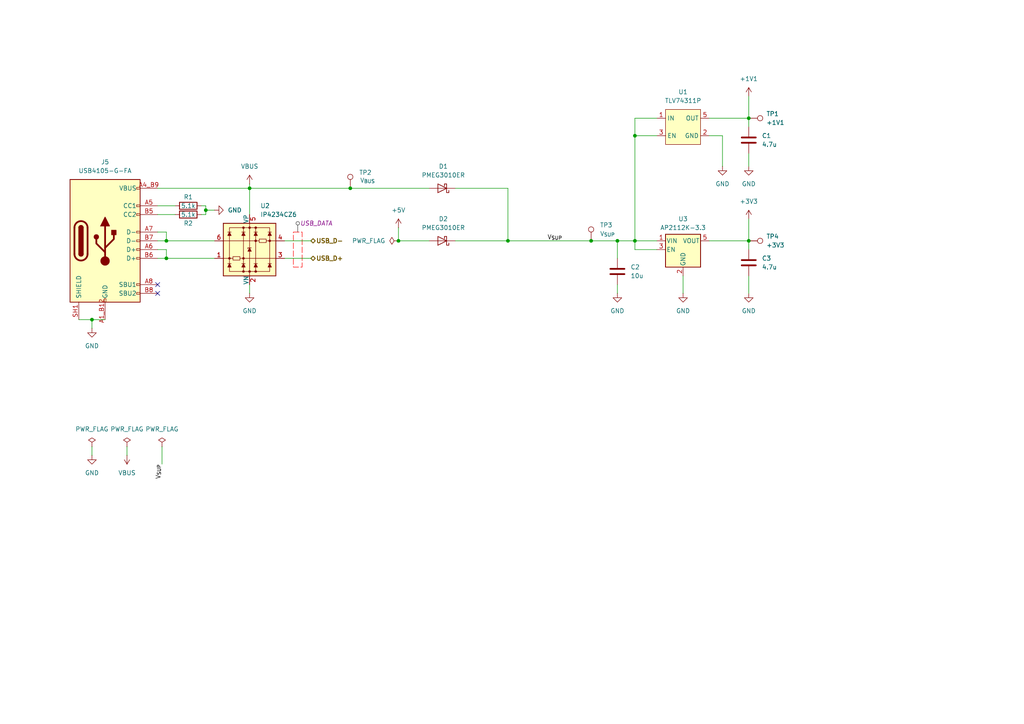
<source format=kicad_sch>
(kicad_sch (version 20250114) (generator "eeschema") (generator_version "9.0")
  (paper "A4")
  (lib_symbols
    (symbol "Connector:TestPoint" (pin_numbers (hide yes)) (pin_names (offset 0.762) (hide yes))
      (property "Reference" "TP" (at 0 6.858 0))
      (property "Value" "TestPoint" (at 0 5.08 0))
      (symbol "TestPoint_0_1"
        (circle (center 0 3.302) (radius 0.762))
      )
      (symbol "TestPoint_1_1"
        (pin passive line (at 0 0 90) (length 2.54) (name "1") (number "1"))
      )
    )
    (symbol "Device:C" (pin_numbers (hide yes)) (pin_names (offset 0.254))
      (property "Reference" "C" (at 0.635 2.54 0))
      (property "Value" "C" (at 0.635 -2.54 0))
      (symbol "C_0_1"
        (polyline (pts (xy -2.032 0.762) (xy 2.032 0.762)) (stroke (width 0.508)))
        (polyline (pts (xy -2.032 -0.762) (xy 2.032 -0.762)) (stroke (width 0.508)))
      )
      (symbol "C_1_1"
        (pin passive line (at 0 3.81 270) (length 2.794) (name "~") (number "1"))
        (pin passive line (at 0 -3.81 90) (length 2.794) (name "~") (number "2"))
      )
    )
    (symbol "Device:R" (pin_numbers (hide yes)) (pin_names (offset 0))
      (property "Reference" "R" (at 2.032 0 90))
      (property "Value" "R" (at 0 0 90))
      (symbol "R_0_1"
        (rectangle (start -1.016 -2.54) (end 1.016 2.54) (stroke (width 0.254)))
      )
      (symbol "R_1_1"
        (pin passive line (at 0 3.81 270) (length 1.27) (name "~") (number "1"))
        (pin passive line (at 0 -3.81 90) (length 1.27) (name "~") (number "2"))
      )
    )
    (symbol "Diode:PMEG3010ER" (pin_numbers (hide yes)) (pin_names (hide yes))
      (property "Reference" "D" (at 0 2.54 0))
      (property "Value" "PMEG3010ER" (at 0 -2.54 0))
      (symbol "PMEG3010ER_0_1"
        (polyline (pts (xy -1.905 0.635) (xy -1.905 1.27) (xy -1.27 1.27) (xy -1.27 -1.27) (xy -0.635 -1.27) (xy -0.635 -0.635)) (stroke (width 0.2032)))
        (polyline (pts (xy 1.27 1.27) (xy 1.27 -1.27) (xy -1.27 0) (xy 1.27 1.27)) (stroke (width 0.2032)))
        (polyline (pts (xy 1.27 0) (xy -1.27 0)))
      )
      (symbol "PMEG3010ER_1_1"
        (pin passive line (at -3.81 0 0) (length 2.54) (name "K") (number "1"))
        (pin passive line (at 3.81 0 180) (length 2.54) (name "A") (number "2"))
      )
    )
    (symbol "MultiProbe4R:TLV74311PDBV"
      (property "Reference" "U" (at 0.508 3.556 0))
      (property "Value" "TLV74311P" (at 5.08 -9.144 0))
      (symbol "TLV74311PDBV_1_1"
        (rectangle (start 0 2.54) (end 10.16 -7.62) (fill (type background)))
        (pin power_in line (at -2.54 0 0) (length 2.54) (name "IN") (number "1"))
        (pin input line (at -2.54 -5.08 0) (length 2.54) (name "EN") (number "3"))
        (pin power_out line (at 12.7 0 180) (length 2.54) (name "OUT") (number "5"))
        (pin no_connect line (at 12.7 -2.54 180) (length 2.54) (hide yes) (name "NC") (number "4"))
        (pin power_in line (at 12.7 -5.08 180) (length 2.54) (name "GND") (number "2"))
      )
    )
    (symbol "Power_Protection:IP4234CZ6" (pin_names (offset 0))
      (property "Reference" "U" (at -6.35 8.89 0))
      (property "Value" "IP4234CZ6" (at 2.794 8.89 0))
      (symbol "IP4234CZ6_0_0"
        (rectangle (start -5.842 6.35) (end 5.842 -6.35))
        (polyline (pts (xy -1.778 -6.35) (xy -1.778 6.35)))
        (polyline (pts (xy 1.778 6.35) (xy 1.778 -6.35)))
      )
      (symbol "IP4234CZ6_0_1"
        (rectangle (start -7.62 7.62) (end 7.62 -7.62) (stroke (width 0.254)) (fill (type background)))
        (polyline (pts (xy -7.62 2.54) (xy 2.794 2.54)))
        (polyline (pts (xy -7.62 -2.54) (xy -4.826 -2.54)))
        (circle (center -5.842 -2.54) (radius 0.2794) (fill (type outline)))
        (polyline (pts (xy -5.334 5.08) (xy -6.35 5.08)))
        (polyline (pts (xy -5.334 -4.064) (xy -6.35 -4.064)))
        (circle (center -1.778 6.35) (radius 0.2794) (fill (type outline)))
        (circle (center -1.778 -2.54) (radius 0.2794) (fill (type outline)))
        (circle (center -1.778 -6.35) (radius 0.2794) (fill (type outline)))
        (polyline (pts (xy -1.27 5.08) (xy -2.286 5.08)))
        (polyline (pts (xy -1.27 -4.064) (xy -2.286 -4.064)))
        (polyline (pts (xy -0.508 0.508) (xy -0.508 0.254)))
        (polyline (pts (xy 0 7.62) (xy 0 -7.62)))
        (circle (center 0 6.35) (radius 0.2794) (fill (type outline)))
        (circle (center 0 -6.35) (radius 0.2794) (fill (type outline)))
        (polyline (pts (xy 0.508 0.508) (xy -0.508 0.508)))
        (circle (center 1.778 6.35) (radius 0.2794) (fill (type outline)))
        (circle (center 1.778 2.54) (radius 0.2794) (fill (type outline)))
        (circle (center 1.778 -6.35) (radius 0.2794) (fill (type outline)))
        (polyline (pts (xy 2.286 5.08) (xy 1.27 5.08)))
        (polyline (pts (xy 2.286 -4.064) (xy 1.27 -4.064)))
        (circle (center 5.842 2.54) (radius 0.2794) (fill (type outline)))
        (polyline (pts (xy 6.35 5.08) (xy 5.334 5.08)))
        (polyline (pts (xy 6.35 -4.064) (xy 5.334 -4.064)))
        (polyline (pts (xy 7.62 2.54) (xy 4.826 2.54)))
        (polyline (pts (xy 7.62 -2.54) (xy -2.794 -2.54)))
      )
      (symbol "IP4234CZ6_1_1"
        (polyline (pts (xy -5.334 4.064) (xy -6.35 4.064) (xy -5.842 5.08) (xy -5.334 4.064)) (fill (type outline)))
        (polyline (pts (xy -5.334 -5.08) (xy -6.35 -5.08) (xy -5.842 -4.064) (xy -5.334 -5.08)) (fill (type outline)))
        (rectangle (start -4.826 -2.032) (end -2.794 -3.048))
        (polyline (pts (xy -1.27 4.064) (xy -2.286 4.064) (xy -1.778 5.08) (xy -1.27 4.064)) (fill (type outline)))
        (polyline (pts (xy -1.27 -5.08) (xy -2.286 -5.08) (xy -1.778 -4.064) (xy -1.27 -5.08)) (fill (type outline)))
        (polyline (pts (xy 0.508 -0.508) (xy -0.508 -0.508) (xy 0 0.508) (xy 0.508 -0.508)) (fill (type outline)))
        (polyline (pts (xy 2.286 4.064) (xy 1.27 4.064) (xy 1.778 5.08) (xy 2.286 4.064)) (fill (type outline)))
        (polyline (pts (xy 2.286 -5.08) (xy 1.27 -5.08) (xy 1.778 -4.064) (xy 2.286 -5.08)) (fill (type outline)))
        (rectangle (start 2.794 3.048) (end 4.826 2.032))
        (polyline (pts (xy 6.35 4.064) (xy 5.334 4.064) (xy 5.842 5.08) (xy 6.35 4.064)) (fill (type outline)))
        (polyline (pts (xy 6.35 -5.08) (xy 5.334 -5.08) (xy 5.842 -4.064) (xy 6.35 -5.08)) (fill (type outline)))
        (pin passive line (at -10.16 2.54 0) (length 2.54) (name "") (number "6"))
        (pin passive line (at -10.16 -2.54 0) (length 2.54) (name "") (number "1"))
        (pin passive line (at 0 10.16 270) (length 2.54) (name "VP") (number "5"))
        (pin passive line (at 0 -10.16 90) (length 2.54) (name "VN") (number "2"))
        (pin passive line (at 10.16 2.54 180) (length 2.54) (name "") (number "4"))
        (pin passive line (at 10.16 -2.54 180) (length 2.54) (name "") (number "3"))
      )
    )
    (symbol "Regulator_Linear:AP2112K-3.3" (pin_names (offset 0.254))
      (property "Reference" "U" (at -5.08 5.715 0))
      (property "Value" "AP2112K-3.3" (at 0 5.715 0))
      (symbol "AP2112K-3.3_0_1"
        (rectangle (start -5.08 4.445) (end 5.08 -5.08) (stroke (width 0.254)) (fill (type background)))
      )
      (symbol "AP2112K-3.3_1_1"
        (pin power_in line (at -7.62 2.54 0) (length 2.54) (name "VIN") (number "1"))
        (pin input line (at -7.62 0 0) (length 2.54) (name "EN") (number "3"))
        (pin power_in line (at 0 -7.62 90) (length 2.54) (name "GND") (number "2"))
        (pin no_connect line (at 5.08 0 180) (length 2.54) (hide yes) (name "NC") (number "4"))
        (pin power_out line (at 7.62 2.54 180) (length 2.54) (name "VOUT") (number "5"))
      )
    )
    (symbol "power:+1V1" (power) (pin_numbers (hide yes)) (pin_names (offset 0) (hide yes))
      (property "Value" "+1V1" (at 0 3.556 0))
      (symbol "+1V1_0_1"
        (polyline (pts (xy -0.762 1.27) (xy 0 2.54)))
        (polyline (pts (xy 0 2.54) (xy 0.762 1.27)))
        (polyline (pts (xy 0 0) (xy 0 2.54)))
      )
      (symbol "+1V1_1_1"
        (pin power_in line (at 0 0 90) (length 0) (name "~") (number "1"))
      )
    )
    (symbol "power:+3V3" (power) (pin_numbers (hide yes)) (pin_names (offset 0) (hide yes))
      (property "Value" "+3V3" (at 0 3.556 0))
      (symbol "+3V3_0_1"
        (polyline (pts (xy -0.762 1.27) (xy 0 2.54)))
        (polyline (pts (xy 0 2.54) (xy 0.762 1.27)))
        (polyline (pts (xy 0 0) (xy 0 2.54)))
      )
      (symbol "+3V3_1_1"
        (pin power_in line (at 0 0 90) (length 0) (name "~") (number "1"))
      )
    )
    (symbol "power:+5V" (power) (pin_numbers (hide yes)) (pin_names (offset 0) (hide yes))
      (property "Value" "+5V" (at 0 3.556 0))
      (symbol "+5V_0_1"
        (polyline (pts (xy -0.762 1.27) (xy 0 2.54)))
        (polyline (pts (xy 0 2.54) (xy 0.762 1.27)))
        (polyline (pts (xy 0 0) (xy 0 2.54)))
      )
      (symbol "+5V_1_1"
        (pin power_in line (at 0 0 90) (length 0) (name "~") (number "1"))
      )
    )
    (symbol "power:GND" (power) (pin_numbers (hide yes)) (pin_names (offset 0) (hide yes))
      (property "Value" "GND" (at 0 -3.81 0))
      (symbol "GND_0_1"
        (polyline (pts (xy 0 0) (xy 0 -1.27) (xy 1.27 -1.27) (xy 0 -2.54) (xy -1.27 -1.27) (xy 0 -1.27)))
      )
      (symbol "GND_1_1"
        (pin power_in line (at 0 0 270) (length 0) (name "~") (number "1"))
      )
    )
    (symbol "power:PWR_FLAG" (power) (pin_numbers (hide yes)) (pin_names (offset 0) (hide yes))
      (property "Value" "PWR_FLAG" (at 0 3.81 0))
      (symbol "PWR_FLAG_0_0"
        (pin power_out line (at 0 0 90) (length 0) (name "~") (number "1"))
      )
      (symbol "PWR_FLAG_0_1"
        (polyline (pts (xy 0 0) (xy 0 1.27) (xy -1.016 1.905) (xy 0 2.54) (xy 1.016 1.905) (xy 0 1.27)))
      )
    )
    (symbol "power:VBUS" (power) (pin_numbers (hide yes)) (pin_names (offset 0) (hide yes))
      (property "Value" "VBUS" (at 0 3.556 0))
      (symbol "VBUS_0_1"
        (polyline (pts (xy -0.762 1.27) (xy 0 2.54)))
        (polyline (pts (xy 0 2.54) (xy 0.762 1.27)))
        (polyline (pts (xy 0 0) (xy 0 2.54)))
      )
      (symbol "VBUS_1_1"
        (pin power_in line (at 0 0 90) (length 0) (name "~") (number "1"))
      )
    )
    (symbol "symbol_library:USB4105-GF-A" (pin_names (offset 1.016)) (exclude_from_sim yes)
      (property "Reference" "J" (at 0 22.225 0))
      (property "Value" "USB4105-G-FA" (at 0 19.685 0))
      (symbol "USB4105-GF-A_0_0"
        (rectangle (start -0.254 -17.78) (end 0.254 -16.764))
        (rectangle (start 10.16 15.494) (end 9.144 14.986))
        (rectangle (start 10.16 10.414) (end 9.144 9.906))
        (rectangle (start 10.16 7.874) (end 9.144 7.366))
        (rectangle (start 10.16 2.794) (end 9.144 2.286))
        (rectangle (start 10.16 0.254) (end 9.144 -0.254))
        (rectangle (start 10.16 -2.286) (end 9.144 -2.794))
        (rectangle (start 10.16 -4.826) (end 9.144 -5.334))
        (rectangle (start 10.16 -12.446) (end 9.144 -12.954))
        (rectangle (start 10.16 -14.986) (end 9.144 -15.494))
      )
      (symbol "USB4105-GF-A_0_1"
        (rectangle (start -10.16 17.78) (end 10.16 -17.78) (stroke (width 0.254)) (fill (type background)))
        (polyline (pts (xy -8.89 -3.81) (xy -8.89 3.81)) (stroke (width 0.508)))
        (rectangle (start -7.62 -3.81) (end -6.35 3.81) (stroke (width 0.254)) (fill (type outline)))
        (arc (start -7.62 3.81) (mid -6.985 4.4423) (end -6.35 3.81) (stroke (width 0.254)))
        (arc (start -7.62 3.81) (mid -6.985 4.4423) (end -6.35 3.81) (stroke (width 0.254)) (fill (type outline)))
        (arc (start -8.89 3.81) (mid -6.985 5.7067) (end -5.08 3.81) (stroke (width 0.508)))
        (arc (start -5.08 -3.81) (mid -6.985 -5.7067) (end -8.89 -3.81) (stroke (width 0.508)))
        (arc (start -6.35 -3.81) (mid -6.985 -4.4423) (end -7.62 -3.81) (stroke (width 0.254)))
        (arc (start -6.35 -3.81) (mid -6.985 -4.4423) (end -7.62 -3.81) (stroke (width 0.254)) (fill (type outline)))
        (polyline (pts (xy -5.08 3.81) (xy -5.08 -3.81)) (stroke (width 0.508)))
        (circle (center -2.54 1.143) (radius 0.635) (stroke (width 0.254)) (fill (type outline)))
        (polyline (pts (xy -1.27 4.318) (xy 0 6.858) (xy 1.27 4.318) (xy -1.27 4.318)) (stroke (width 0.254)) (fill (type outline)))
        (polyline (pts (xy 0 -2.032) (xy 2.54 0.508) (xy 2.54 1.778)) (stroke (width 0.508)))
        (polyline (pts (xy 0 -3.302) (xy -2.54 -0.762) (xy -2.54 0.508)) (stroke (width 0.508)))
        (polyline (pts (xy 0 -5.842) (xy 0 4.318)) (stroke (width 0.508)))
        (circle (center 0 -5.842) (radius 1.27) (fill (type outline)))
        (rectangle (start 1.905 1.778) (end 3.175 3.048) (stroke (width 0.254)) (fill (type outline)))
      )
      (symbol "USB4105-GF-A_1_1"
        (pin passive line (at -7.62 -22.86 90) (length 5.08) (name "SHIELD") (number "SH1"))
        (pin passive line (at -7.62 -22.86 90) (length 5.08) (hide yes) (name "SHIELD") (number "SH2"))
        (pin passive line (at -7.62 -22.86 90) (length 5.08) (hide yes) (name "SHIELD") (number "SH3"))
        (pin passive line (at -7.62 -22.86 90) (length 5.08) (hide yes) (name "SHIELD") (number "SH4"))
        (pin passive line (at 0 -22.86 90) (length 5.08) (name "GND") (number "A1_B12"))
        (pin passive line (at 0 -22.86 90) (length 5.08) (hide yes) (name "GND") (number "B1_A12"))
        (pin passive line (at 15.24 15.24 180) (length 5.08) (name "VBUS") (number "A4_B9"))
        (pin passive line (at 15.24 15.24 180) (length 5.08) (hide yes) (name "VBUS") (number "B4_A9"))
        (pin bidirectional line (at 15.24 10.16 180) (length 5.08) (name "CC1") (number "A5"))
        (pin bidirectional line (at 15.24 7.62 180) (length 5.08) (name "CC2") (number "B5"))
        (pin bidirectional line (at 15.24 2.54 180) (length 5.08) (name "D-") (number "A7"))
        (pin bidirectional line (at 15.24 0 180) (length 5.08) (name "D-") (number "B7"))
        (pin bidirectional line (at 15.24 -2.54 180) (length 5.08) (name "D+") (number "A6"))
        (pin bidirectional line (at 15.24 -5.08 180) (length 5.08) (name "D+") (number "B6"))
        (pin bidirectional line (at 15.24 -12.7 180) (length 5.08) (name "SBU1") (number "A8"))
        (pin bidirectional line (at 15.24 -15.24 180) (length 5.08) (name "SBU2") (number "B8"))
      )
    )
  )
  (junction (at 48.26 74.93))
  (junction (at 26.67 92.71))
  (junction (at 179.07 69.85))
  (junction (at 184.15 69.85))
  (junction (at 101.6 54.61))
  (junction (at 184.15 39.37))
  (junction (at 59.69 60.96))
  (junction (at 171.45 69.85))
  (junction (at 217.17 34.29))
  (junction (at 217.17 69.85))
  (junction (at 115.57 69.85))
  (junction (at 72.39 54.61))
  (junction (at 48.26 69.85))
  (junction (at 147.32 69.85))
  (no_connect (at 45.72 82.55))
  (no_connect (at 45.72 85.09))
  (wire (pts (xy 45.72 59.69) (xy 50.8 59.69)))
  (wire (pts (xy 217.17 44.45) (xy 217.17 48.26)))
  (wire (pts (xy 45.72 72.39) (xy 48.26 72.39)))
  (wire (pts (xy 171.45 69.85) (xy 179.07 69.85)))
  (wire (pts (xy 48.26 67.31) (xy 48.26 69.85)))
  (wire (pts (xy 45.72 54.61) (xy 72.39 54.61)))
  (wire (pts (xy 72.39 54.61) (xy 72.39 62.23)))
  (wire (pts (xy 48.26 74.93) (xy 62.23 74.93)))
  (wire (pts (xy 45.72 67.31) (xy 48.26 67.31)))
  (wire (pts (xy 132.08 69.85) (xy 147.32 69.85)))
  (wire (pts (xy 179.07 69.85) (xy 179.07 74.93)))
  (wire (pts (xy 205.74 34.29) (xy 217.17 34.29)))
  (wire (pts (xy 184.15 39.37) (xy 190.5 39.37)))
  (wire (pts (xy 22.86 92.71) (xy 26.67 92.71)))
  (wire (pts (xy 45.72 62.23) (xy 50.8 62.23)))
  (wire (pts (xy 209.55 39.37) (xy 205.74 39.37)))
  (wire (pts (xy 179.07 82.55) (xy 179.07 85.09)))
  (wire (pts (xy 72.39 82.55) (xy 72.39 85.09)))
  (wire (pts (xy 217.17 69.85) (xy 217.17 72.39)))
  (wire (pts (xy 217.17 69.85) (xy 205.74 69.85)))
  (wire (pts (xy 171.45 69.85) (xy 147.32 69.85)))
  (wire (pts (xy 115.57 69.85) (xy 124.46 69.85)))
  (wire (pts (xy 58.42 62.23) (xy 59.69 62.23)))
  (wire (pts (xy 48.26 69.85) (xy 62.23 69.85)))
  (wire (pts (xy 101.6 54.61) (xy 124.46 54.61)))
  (wire (pts (xy 26.67 92.71) (xy 30.48 92.71)))
  (wire (pts (xy 59.69 62.23) (xy 59.69 60.96)))
  (wire (pts (xy 217.17 34.29) (xy 217.17 36.83)))
  (wire (pts (xy 184.15 69.85) (xy 190.5 69.85)))
  (wire (pts (xy 217.17 27.94) (xy 217.17 34.29)))
  (wire (pts (xy 82.55 69.85) (xy 90.17 69.85)))
  (wire (pts (xy 72.39 53.34) (xy 72.39 54.61)))
  (wire (pts (xy 46.99 129.54) (xy 46.99 134.62)))
  (wire (pts (xy 179.07 69.85) (xy 184.15 69.85)))
  (wire (pts (xy 190.5 34.29) (xy 184.15 34.29)))
  (wire (pts (xy 59.69 60.96) (xy 62.23 60.96)))
  (wire (pts (xy 184.15 39.37) (xy 184.15 69.85)))
  (wire (pts (xy 217.17 80.01) (xy 217.17 85.09)))
  (wire (pts (xy 58.42 59.69) (xy 59.69 59.69)))
  (wire (pts (xy 26.67 92.71) (xy 26.67 95.25)))
  (wire (pts (xy 48.26 72.39) (xy 48.26 74.93)))
  (wire (pts (xy 209.55 39.37) (xy 209.55 48.26)))
  (wire (pts (xy 26.67 129.54) (xy 26.67 132.08)))
  (wire (pts (xy 82.55 74.93) (xy 90.17 74.93)))
  (wire (pts (xy 184.15 34.29) (xy 184.15 39.37)))
  (wire (pts (xy 45.72 74.93) (xy 48.26 74.93)))
  (wire (pts (xy 184.15 72.39) (xy 190.5 72.39)))
  (wire (pts (xy 59.69 59.69) (xy 59.69 60.96)))
  (wire (pts (xy 72.39 54.61) (xy 101.6 54.61)))
  (wire (pts (xy 115.57 66.04) (xy 115.57 69.85)))
  (wire (pts (xy 217.17 63.5) (xy 217.17 69.85)))
  (wire (pts (xy 45.72 69.85) (xy 48.26 69.85)))
  (wire (pts (xy 184.15 72.39) (xy 184.15 69.85)))
  (wire (pts (xy 147.32 54.61) (xy 132.08 54.61)))
  (wire (pts (xy 198.12 80.01) (xy 198.12 85.09)))
  (wire (pts (xy 36.83 129.54) (xy 36.83 132.08)))
  (wire (pts (xy 147.32 69.85) (xy 147.32 54.61)))
  (label "V_{SUP}" (at 158.75 69.85 0))
  (label "V_{SUP}" (at 46.99 134.62 270))
  (hierarchical_label "USB_D-" (shape bidirectional) (at 90.17 69.85 0) (effects (font (bold yes))))
  (hierarchical_label "USB_D+" (shape bidirectional) (at 90.17 74.93 0) (effects (font (bold yes))))
  (rule_area (polyline (pts (xy 85.09 67.31) (xy 87.63 67.31) (xy 87.63 77.47) (xy 85.09 77.47)) (stroke (width 0) (type dash))))
  (netclass_flag "" (length 2.54) (shape round) (at 86.36 67.31 0) (property "Netclass" "USB_DATA" (at 87.0585 64.77 0) (effects (font (italic yes)) (justify left))))
  (symbol (lib_id "power:GND") (at 62.23 60.96 90) (unit 1)
    (property "Reference" "#PWR05" (effects (hide yes)))
    (property "Value" "GND" (at 66.04 60.9599 90) (effects (justify right)))
    (property "Description" "Power symbol creates a global label with name \"GND\" , ground" (effects (hide yes)))
  )
  (symbol (lib_id "power:VBUS") (at 36.83 132.08 180) (unit 1)
    (property "Reference" "#PWR014" (effects (hide yes)))
    (property "Value" "VBUS" (at 36.83 137.16 0))
    (property "Description" "Power symbol creates a global label with name \"VBUS\"" (effects (hide yes)))
  )
  (symbol (lib_id "power:GND") (at 26.67 95.25 0) (unit 1)
    (property "Reference" "#PWR012" (effects (hide yes)))
    (property "Value" "GND" (at 26.67 100.33 0))
    (property "Description" "Power symbol creates a global label with name \"GND\" , ground" (effects (hide yes)))
  )
  (symbol (lib_id "MultiProbe4R:TLV74311PDBV") (at 193.04 34.29 0) (unit 1)
    (property "Reference" "U1" (at 198.12 26.67 0))
    (property "Value" "TLV74311P" (at 198.12 29.21 0))
    (property "Footprint" "Package_TO_SOT_SMD:SOT-23-5" (effects (hide yes)))
    (property "Datasheet" "https://www.ti.com/lit/ds/symlink/tlv743p.pdf" (effects (hide yes)))
    (property "Description" "300-mA, Fixed Voltage, Low-Dropout Regulator" (effects (hide yes)))
  )
  (symbol (lib_id "Device:C") (at 179.07 78.74 0) (unit 1)
    (property "Reference" "C2" (at 182.88 77.4699 0) (effects (justify left)))
    (property "Value" "10u" (at 182.88 80.0099 0) (effects (justify left)))
    (property "Footprint" "Capacitor_SMD:C_0603_1608Metric_Pad1.08x0.95mm_HandSolder" (effects (hide yes)))
    (property "Description" "Unpolarized capacitor" (effects (hide yes)))
    (property "Dielectric" "X7R" (effects (hide yes)))
  )
  (symbol (lib_id "Diode:PMEG3010ER") (at 128.27 69.85 180) (unit 1)
    (property "Reference" "D2" (at 128.5875 63.5 0))
    (property "Value" "PMEG3010ER" (at 128.5875 66.04 0))
    (property "Footprint" "Diode_SMD:Nexperia_CFP3_SOD-123W" (effects (hide yes)))
    (property "Datasheet" "https://assets.nexperia.com/documents/data-sheet/PMEG3010ER.pdf" (effects (hide yes)))
    (property "Description" "30V, 1A low Vf MEGA Schottky barrier rectifier, SOD-123W" (effects (hide yes)))
  )
  (symbol (lib_id "Connector:TestPoint") (at 101.6 54.61 0) (unit 1)
    (property "Reference" "TP2" (at 104.14 50.038 0) (effects (justify left)))
    (property "Value" "V_{BUS}" (at 104.394 52.3241 0) (effects (justify left)))
    (property "Footprint" "TestPoint:TestPoint_Pad_1.0x1.0mm" (effects (hide yes)))
    (property "Description" "test point" (effects (hide yes)))
  )
  (symbol (lib_id "power:+1V1") (at 217.17 27.94 0) (unit 1)
    (property "Reference" "#PWR01" (effects (hide yes)))
    (property "Value" "+1V1" (at 217.17 22.86 0))
    (property "Description" "Power symbol creates a global label with name \"+1V1\"" (effects (hide yes)))
  )
  (symbol (lib_id "Device:C") (at 217.17 40.64 0) (unit 1)
    (property "Reference" "C1" (at 220.98 39.3699 0) (effects (justify left)))
    (property "Value" "4.7u" (at 220.98 41.9099 0) (effects (justify left)))
    (property "Footprint" "Capacitor_SMD:C_0402_1005Metric_Pad0.74x0.62mm_HandSolder" (effects (hide yes)))
    (property "Description" "Unpolarized capacitor" (effects (hide yes)))
    (property "Dielectric" "X7R" (effects (hide yes)))
  )
  (symbol (lib_id "Diode:PMEG3010ER") (at 128.27 54.61 180) (unit 1)
    (property "Reference" "D1" (at 128.5875 48.26 0))
    (property "Value" "PMEG3010ER" (at 128.5875 50.8 0))
    (property "Footprint" "Diode_SMD:Nexperia_CFP3_SOD-123W" (effects (hide yes)))
    (property "Datasheet" "https://assets.nexperia.com/documents/data-sheet/PMEG3010ER.pdf" (effects (hide yes)))
    (property "Description" "30V, 1A low Vf MEGA Schottky barrier rectifier, SOD-123W" (effects (hide yes)))
  )
  (symbol (lib_id "power:PWR_FLAG") (at 36.83 129.54 0) (unit 1)
    (property "Reference" "#FLG02" (effects (hide yes)))
    (property "Value" "PWR_FLAG" (at 36.83 124.46 0))
    (property "Description" "Special symbol for telling ERC where power comes from" (effects (hide yes)))
  )
  (symbol (lib_id "Regulator_Linear:AP2112K-3.3") (at 198.12 72.39 0) (unit 1)
    (property "Reference" "U3" (at 198.12 63.5 0))
    (property "Value" "AP2112K-3.3" (at 198.12 66.04 0))
    (property "Footprint" "Package_TO_SOT_SMD:SOT-23-5" (effects (hide yes)))
    (property "Datasheet" "https://www.diodes.com/assets/Datasheets/AP2112.pdf" (effects (hide yes)))
    (property "Description" "600mA low dropout linear regulator, with enable pin, 3.8V-6V input voltage range, 3.3V fixed positive output, SOT-23-5" (effects (hide yes)))
  )
  (symbol (lib_id "Device:C") (at 217.17 76.2 0) (unit 1)
    (property "Reference" "C3" (at 220.98 74.9299 0) (effects (justify left)))
    (property "Value" "4.7u" (at 220.98 77.4699 0) (effects (justify left)))
    (property "Footprint" "Capacitor_SMD:C_0402_1005Metric_Pad0.74x0.62mm_HandSolder" (effects (hide yes)))
    (property "Description" "Unpolarized capacitor" (effects (hide yes)))
    (property "Dielectric" "X7R" (effects (hide yes)))
  )
  (symbol (lib_id "Connector:TestPoint") (at 171.45 69.85 0) (unit 1)
    (property "Reference" "TP3" (at 173.99 65.2779 0) (effects (justify left)))
    (property "Value" "V_{SUP}" (at 173.99 67.8179 0) (effects (justify left)))
    (property "Footprint" "TestPoint:TestPoint_Pad_1.0x1.0mm" (effects (hide yes)))
    (property "Description" "test point" (effects (hide yes)))
  )
  (symbol (lib_id "power:GND") (at 179.07 85.09 0) (unit 1)
    (property "Reference" "#PWR09" (effects (hide yes)))
    (property "Value" "GND" (at 179.07 90.17 0))
    (property "Description" "Power symbol creates a global label with name \"GND\" , ground" (effects (hide yes)))
  )
  (symbol (lib_id "Connector:TestPoint") (at 217.17 34.29 270) (unit 1)
    (property "Reference" "TP1" (at 222.25 33.0199 90) (effects (justify left)))
    (property "Value" "+1V1" (at 222.25 35.5599 90) (effects (justify left)))
    (property "Footprint" "TestPoint:TestPoint_Pad_1.0x1.0mm" (effects (hide yes)))
    (property "Description" "test point" (effects (hide yes)))
  )
  (symbol (lib_id "power:+3V3") (at 217.17 63.5 0) (unit 1)
    (property "Reference" "#PWR06" (effects (hide yes)))
    (property "Value" "+3V3" (at 217.17 58.42 0))
    (property "Description" "Power symbol creates a global label with name \"+3V3\"" (effects (hide yes)))
  )
  (symbol (lib_id "power:+5V") (at 115.57 66.04 0) (unit 1)
    (property "Reference" "#PWR07" (effects (hide yes)))
    (property "Value" "+5V" (at 115.57 60.96 0))
    (property "Description" "Power symbol creates a global label with name \"+5V\"" (effects (hide yes)))
  )
  (symbol (lib_id "power:GND") (at 217.17 48.26 0) (unit 1)
    (property "Reference" "#PWR03" (effects (hide yes)))
    (property "Value" "GND" (at 217.17 53.34 0))
    (property "Description" "Power symbol creates a global label with name \"GND\" , ground" (effects (hide yes)))
  )
  (symbol (lib_id "power:GND") (at 198.12 85.09 0) (unit 1)
    (property "Reference" "#PWR010" (effects (hide yes)))
    (property "Value" "GND" (at 198.12 90.17 0))
    (property "Description" "Power symbol creates a global label with name \"GND\" , ground" (effects (hide yes)))
  )
  (symbol (lib_id "Connector:TestPoint") (at 217.17 69.85 270) (unit 1)
    (property "Reference" "TP4" (at 222.25 68.5799 90) (effects (justify left)))
    (property "Value" "+3V3" (at 222.25 71.1199 90) (effects (justify left)))
    (property "Footprint" "TestPoint:TestPoint_Pad_1.0x1.0mm" (effects (hide yes)))
    (property "Description" "test point" (effects (hide yes)))
  )
  (symbol (lib_id "power:GND") (at 72.39 85.09 0) (unit 1)
    (property "Reference" "#PWR08" (effects (hide yes)))
    (property "Value" "GND" (at 72.39 90.17 0))
    (property "Description" "Power symbol creates a global label with name \"GND\" , ground" (effects (hide yes)))
  )
  (symbol (lib_id "power:GND") (at 26.67 132.08 0) (unit 1)
    (property "Reference" "#PWR013" (effects (hide yes)))
    (property "Value" "GND" (at 26.67 137.16 0))
    (property "Description" "Power symbol creates a global label with name \"GND\" , ground" (effects (hide yes)))
  )
  (symbol (lib_id "power:PWR_FLAG") (at 26.67 129.54 0) (unit 1)
    (property "Reference" "#FLG01" (effects (hide yes)))
    (property "Value" "PWR_FLAG" (at 26.67 124.46 0))
    (property "Description" "Special symbol for telling ERC where power comes from" (effects (hide yes)))
  )
  (symbol (lib_id "symbol_library:USB4105-GF-A") (at 30.48 69.85 0) (unit 1) (exclude_from_sim yes)
    (property "Reference" "J5" (at 30.48 46.99 0))
    (property "Value" "USB4105-G-FA" (at 30.48 49.53 0))
    (property "Footprint" "footprints:GCT_USB4105-GF-A" (effects (hide yes)))
    (property "Datasheet" "https://www.usb.org/sites/default/files/documents/usb_type-c.zip" (effects (hide yes)))
    (property "Description" "USB 2.0-only 16P Type-C Receptacle connector" (effects (hide yes)))
  )
  (symbol (lib_id "Device:R") (at 54.61 62.23 90) (unit 1)
    (property "Reference" "R2" (at 54.61 64.77 90))
    (property "Value" "5.1k" (at 54.61 62.23 90))
    (property "Footprint" "Resistor_SMD:R_0402_1005Metric_Pad0.72x0.64mm_HandSolder" (effects (hide yes)))
    (property "Description" "Resistor" (effects (hide yes)))
  )
  (symbol (lib_id "power:PWR_FLAG") (at 115.57 69.85 90) (unit 1)
    (property "Reference" "#FLG08" (effects (hide yes)))
    (property "Value" "PWR_FLAG" (at 111.76 69.8499 90) (effects (justify left)))
    (property "Description" "Special symbol for telling ERC where power comes from" (effects (hide yes)))
  )
  (symbol (lib_id "Device:R") (at 54.61 59.69 90) (unit 1)
    (property "Reference" "R1" (at 54.61 57.15 90))
    (property "Value" "5.1k" (at 54.61 59.69 90))
    (property "Footprint" "Resistor_SMD:R_0402_1005Metric_Pad0.72x0.64mm_HandSolder" (effects (hide yes)))
    (property "Description" "Resistor" (effects (hide yes)))
  )
  (symbol (lib_id "Power_Protection:IP4234CZ6") (at 72.39 72.39 0) (unit 1)
    (property "Reference" "U2" (at 75.5081 59.69 0) (effects (justify left)))
    (property "Value" "IP4234CZ6" (at 75.5081 62.23 0) (effects (justify left)))
    (property "Footprint" "Package_TO_SOT_SMD:SC-74-6_1.55x2.9mm_P0.95mm" (effects (hide yes)))
    (property "Datasheet" "https://assets.nexperia.com/documents/data-sheet/IP4234CZ6.pdf" (effects (hide yes)))
    (property "Description" "ESD Protection, 2 channel, USB 2.0 to IEC 61000-4-2 level 4, 5.5V, SOT457 (SC-74-6)" (effects (hide yes)))
  )
  (symbol (lib_id "power:GND") (at 209.55 48.26 0) (unit 1)
    (property "Reference" "#PWR02" (effects (hide yes)))
    (property "Value" "GND" (at 209.55 53.34 0))
    (property "Description" "Power symbol creates a global label with name \"GND\" , ground" (effects (hide yes)))
  )
  (symbol (lib_id "power:VBUS") (at 72.39 53.34 0) (unit 1)
    (property "Reference" "#PWR04" (effects (hide yes)))
    (property "Value" "VBUS" (at 72.39 48.26 0))
    (property "Description" "Power symbol creates a global label with name \"VBUS\"" (effects (hide yes)))
  )
  (symbol (lib_id "power:GND") (at 217.17 85.09 0) (unit 1)
    (property "Reference" "#PWR011" (effects (hide yes)))
    (property "Value" "GND" (at 217.17 90.17 0))
    (property "Description" "Power symbol creates a global label with name \"GND\" , ground" (effects (hide yes)))
  )
  (symbol (lib_id "power:PWR_FLAG") (at 46.99 129.54 0) (unit 1)
    (property "Reference" "#FLG03" (effects (hide yes)))
    (property "Value" "PWR_FLAG" (at 46.99 124.46 0))
    (property "Description" "Special symbol for telling ERC where power comes from" (effects (hide yes)))
  )
)
</source>
